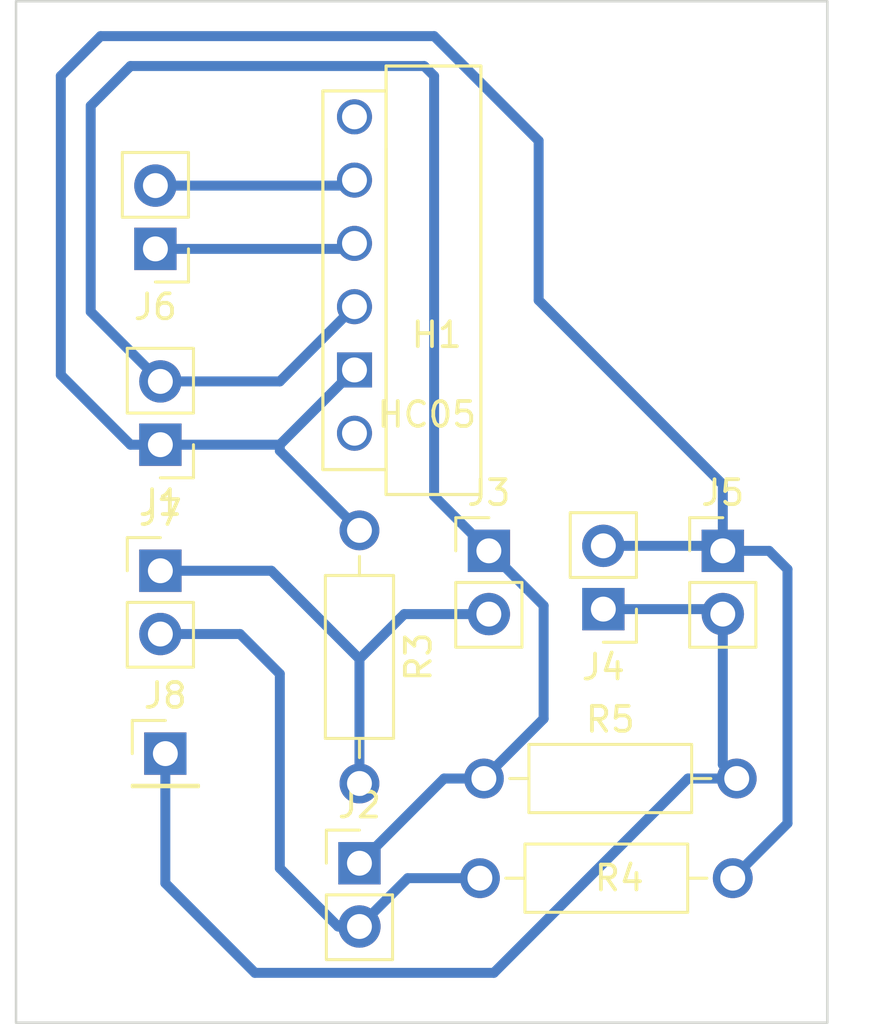
<source format=kicad_pcb>
(kicad_pcb (version 20221018) (generator pcbnew)
  (layers (0 "F.Cu" signal) (31 "B.Cu" signal) (34 "B.Paste" user) (35 "F.Paste" user) (36 "B.SilkS" user "B.Silkscreen") (37 "F.SilkS" user "F.Silkscreen") (38 "B.Mask" user) (39 "F.Mask" user) (44 "Edge.Cuts" user))
  (net 0 "")
  (net 1 "Net-(H1-VCC)")
  (net 2 "Net-(H1-GND)")
  (net 3 "Net-(H1-TXD)")
  (net 4 "Net-(H1-RXD)")
  (net 5 "Net-(J2-Pin_2)")
  (net 6 "Net-(J3-Pin_2)")
  (net 7 "Net-(J4-Pin_1)")
  (footprint "Connector_PinHeader_2.54mm:PinHeader_1x02_P2.54mm_Vertical" (layer "F.Cu") (at 99 74.8 180)
    (fp_text reference "J4" (at 0 -2.33) (layer "F.SilkS"))
    (fp_text value "Conn_01x02_Pin")
    (fp_line (start -1.33 -1.33) (end 0 -1.33) (stroke (width 0.12)) (layer "F.SilkS"))
    (fp_line (start -1.33 0) (end -1.33 -1.33) (stroke (width 0.12)) (layer "F.SilkS"))
    (fp_line (start -1.33 1.27) (end -1.33 3.87) (stroke (width 0.12)) (layer "F.SilkS"))
    (fp_line (start -1.33 1.27) (end 1.33 1.27) (stroke (width 0.12)) (layer "F.SilkS"))
    (fp_line (start -1.33 3.87) (end 1.33 3.87) (stroke (width 0.12)) (layer "F.SilkS"))
    (fp_line (start 1.33 1.27) (end 1.33 3.87) (stroke (width 0.12)) (layer "F.SilkS"))
    (pad "1" thru_hole rect (at 0 0 180) (size 1.7 1.7) (drill 1) (layers "*.Cu" "*.Mask") (net 7 "Net-(J4-Pin_1)"))
    (pad "2" thru_hole oval (at 0 2.54 180) (size 1.7 1.7) (drill 1) (layers "*.Cu" "*.Mask") (net 1 "Net-(H1-VCC)"))
  )
  (footprint "Connector_PinHeader_2.54mm:PinHeader_1x02_P2.54mm_Vertical" (layer "F.Cu") (at 81.2 73.26)
    (fp_text reference "J7" (at 0 -2.33) (layer "F.SilkS"))
    (fp_text value "Conn_01x02_Pin")
    (fp_line (start -1.33 -1.33) (end 0 -1.33) (stroke (width 0.12)) (layer "F.SilkS"))
    (fp_line (start -1.33 0) (end -1.33 -1.33) (stroke (width 0.12)) (layer "F.SilkS"))
    (fp_line (start -1.33 1.27) (end -1.33 3.87) (stroke (width 0.12)) (layer "F.SilkS"))
    (fp_line (start -1.33 1.27) (end 1.33 1.27) (stroke (width 0.12)) (layer "F.SilkS"))
    (fp_line (start -1.33 3.87) (end 1.33 3.87) (stroke (width 0.12)) (layer "F.SilkS"))
    (fp_line (start 1.33 1.27) (end 1.33 3.87) (stroke (width 0.12)) (layer "F.SilkS"))
    (pad "1" thru_hole rect (at 0 0) (size 1.7 1.7) (drill 1) (layers "*.Cu" "*.Mask") (net 6 "Net-(J3-Pin_2)"))
    (pad "2" thru_hole oval (at 0 2.54) (size 1.7 1.7) (drill 1) (layers "*.Cu" "*.Mask") (net 5 "Net-(J2-Pin_2)"))
  )
  (footprint "Connector_PinHeader_2.54mm:PinHeader_1x01_P2.54mm_Vertical" (layer "F.Cu") (at 81.4 80.6)
    (fp_text reference "J8" (at 0 -2.33) (layer "F.SilkS"))
    (fp_text value "Conn_01x01_Pin")
    (fp_line (start -1.33 -1.33) (end 0 -1.33) (stroke (width 0.12)) (layer "F.SilkS"))
    (fp_line (start -1.33 0) (end -1.33 -1.33) (stroke (width 0.12)) (layer "F.SilkS"))
    (fp_line (start -1.33 1.27) (end -1.33 1.33) (stroke (width 0.12)) (layer "F.SilkS"))
    (fp_line (start -1.33 1.27) (end 1.33 1.27) (stroke (width 0.12)) (layer "F.SilkS"))
    (fp_line (start -1.33 1.33) (end 1.33 1.33) (stroke (width 0.12)) (layer "F.SilkS"))
    (fp_line (start 1.33 1.27) (end 1.33 1.33) (stroke (width 0.12)) (layer "F.SilkS"))
    (pad "1" thru_hole rect (at 0 0) (size 1.7 1.7) (drill 1) (layers "*.Cu" "*.Mask") (net 7 "Net-(J4-Pin_1)"))
  )
  (footprint "Resistor_THT:R_Axial_DIN0207_L6.3mm_D2.5mm_P10.16mm_Horizontal" (layer "F.Cu") (at 94.2 81.6)
    (fp_text reference "R5" (at 5.08 -2.37) (layer "F.SilkS"))
    (fp_text value "10kΩ")
    (fp_line (start 1.04 0) (end 1.81 0) (stroke (width 0.12)) (layer "F.SilkS"))
    (fp_line (start 1.81 -1.37) (end 1.81 1.37) (stroke (width 0.12)) (layer "F.SilkS"))
    (fp_line (start 1.81 1.37) (end 8.35 1.37) (stroke (width 0.12)) (layer "F.SilkS"))
    (fp_line (start 8.35 -1.37) (end 1.81 -1.37) (stroke (width 0.12)) (layer "F.SilkS"))
    (fp_line (start 8.35 1.37) (end 8.35 -1.37) (stroke (width 0.12)) (layer "F.SilkS"))
    (fp_line (start 9.12 0) (end 8.35 0) (stroke (width 0.12)) (layer "F.SilkS"))
    (pad "1" thru_hole circle (at 0 0) (size 1.6 1.6) (drill 1) (layers "*.Cu" "*.Mask") (net 2 "Net-(H1-GND)"))
    (pad "2" thru_hole oval (at 10.16 0) (size 1.6 1.6) (drill 1) (layers "*.Cu" "*.Mask") (net 7 "Net-(J4-Pin_1)"))
  )
  (footprint "Connector_PinHeader_2.54mm:PinHeader_1x02_P2.54mm_Vertical" (layer "F.Cu") (at 81.2 68.2 180)
    (fp_text reference "J1" (at 0 -2.33) (layer "F.SilkS"))
    (fp_text value "Conn_01x02_Pin")
    (fp_line (start -1.33 -1.33) (end 0 -1.33) (stroke (width 0.12)) (layer "F.SilkS"))
    (fp_line (start -1.33 0) (end -1.33 -1.33) (stroke (width 0.12)) (layer "F.SilkS"))
    (fp_line (start -1.33 1.27) (end -1.33 3.87) (stroke (width 0.12)) (layer "F.SilkS"))
    (fp_line (start -1.33 1.27) (end 1.33 1.27) (stroke (width 0.12)) (layer "F.SilkS"))
    (fp_line (start -1.33 3.87) (end 1.33 3.87) (stroke (width 0.12)) (layer "F.SilkS"))
    (fp_line (start 1.33 1.27) (end 1.33 3.87) (stroke (width 0.12)) (layer "F.SilkS"))
    (pad "1" thru_hole rect (at 0 0 180) (size 1.7 1.7) (drill 1) (layers "*.Cu" "*.Mask") (net 1 "Net-(H1-VCC)"))
    (pad "2" thru_hole oval (at 0 2.54 180) (size 1.7 1.7) (drill 1) (layers "*.Cu" "*.Mask") (net 2 "Net-(H1-GND)"))
  )
  (footprint "Connector_PinHeader_2.54mm:PinHeader_1x02_P2.54mm_Vertical" (layer "F.Cu") (at 81 60.34 180)
    (fp_text reference "J6" (at 0 -2.33) (layer "F.SilkS"))
    (fp_text value "Conn_01x02_Pin")
    (fp_line (start -1.33 -1.33) (end 0 -1.33) (stroke (width 0.12)) (layer "F.SilkS"))
    (fp_line (start -1.33 0) (end -1.33 -1.33) (stroke (width 0.12)) (layer "F.SilkS"))
    (fp_line (start -1.33 1.27) (end -1.33 3.87) (stroke (width 0.12)) (layer "F.SilkS"))
    (fp_line (start -1.33 1.27) (end 1.33 1.27) (stroke (width 0.12)) (layer "F.SilkS"))
    (fp_line (start -1.33 3.87) (end 1.33 3.87) (stroke (width 0.12)) (layer "F.SilkS"))
    (fp_line (start 1.33 1.27) (end 1.33 3.87) (stroke (width 0.12)) (layer "F.SilkS"))
    (pad "1" thru_hole rect (at 0 0 180) (size 1.7 1.7) (drill 1) (layers "*.Cu" "*.Mask") (net 3 "Net-(H1-TXD)"))
    (pad "2" thru_hole oval (at 0 2.54 180) (size 1.7 1.7) (drill 1) (layers "*.Cu" "*.Mask") (net 4 "Net-(H1-RXD)"))
  )
  (footprint "HC05:HC05" (layer "F.Cu") (at 89 65.2 180)
    (fp_text reference "H1" (at -3.305 1.41) (layer "F.SilkS"))
    (fp_text value "HC05" (at -2.905 -1.79) (layer "F.SilkS"))
    (fp_line (start -5.08 -5) (end -5.08 12.2) (stroke (width 0.127)) (layer "F.SilkS"))
    (fp_line (start -5.08 -5) (end -1.27 -5) (stroke (width 0.127)) (layer "F.SilkS"))
    (fp_line (start -1.27 -5) (end -1.27 12.2) (stroke (width 0.127)) (layer "F.SilkS"))
    (fp_line (start -1.27 -1.27) (end -1.27 8.89) (stroke (width 0.127)) (layer "F.SilkS"))
    (fp_line (start -1.27 11.2) (end 1.27 11.2) (stroke (width 0.127)) (layer "F.SilkS"))
    (fp_line (start -1.27 12.2) (end -5.08 12.2) (stroke (width 0.127)) (layer "F.SilkS"))
    (fp_line (start 1.27 -4) (end -1.27 -4) (stroke (width 0.127)) (layer "F.SilkS"))
    (fp_line (start 1.27 11.2) (end 1.27 -4) (stroke (width 0.127)) (layer "F.SilkS"))
    (pad "1" thru_hole rect (at 0 0 180) (size 1.408 1.408) (drill 1) (layers "*.Cu" "*.Mask") (net 1 "Net-(H1-VCC)"))
    (pad "2" thru_hole circle (at 0 2.54 180) (size 1.408 1.408) (drill 1) (layers "*.Cu" "*.Mask") (net 2 "Net-(H1-GND)"))
    (pad "3" thru_hole circle (at 0 5.08 180) (size 1.408 1.408) (drill 1) (layers "*.Cu" "*.Mask") (net 3 "Net-(H1-TXD)"))
    (pad "4" thru_hole circle (at 0 7.62 180) (size 1.408 1.408) (drill 1) (layers "*.Cu" "*.Mask") (net 4 "Net-(H1-RXD)"))
    (pad "5" thru_hole circle (at 0 10.16 180) (size 1.408 1.408) (drill 1) (layers "*.Cu" "*.Mask"))
    (pad "6" thru_hole circle (at 0 -2.54 180) (size 1.408 1.408) (drill 1) (layers "*.Cu" "*.Mask"))
  )
  (footprint "Connector_PinHeader_2.54mm:PinHeader_1x02_P2.54mm_Vertical" (layer "F.Cu") (at 89.2 85)
    (fp_text reference "J2" (at 0 -2.33) (layer "F.SilkS"))
    (fp_text value "Conn_01x02_Pin")
    (fp_line (start -1.33 -1.33) (end 0 -1.33) (stroke (width 0.12)) (layer "F.SilkS"))
    (fp_line (start -1.33 0) (end -1.33 -1.33) (stroke (width 0.12)) (layer "F.SilkS"))
    (fp_line (start -1.33 1.27) (end -1.33 3.87) (stroke (width 0.12)) (layer "F.SilkS"))
    (fp_line (start -1.33 1.27) (end 1.33 1.27) (stroke (width 0.12)) (layer "F.SilkS"))
    (fp_line (start -1.33 3.87) (end 1.33 3.87) (stroke (width 0.12)) (layer "F.SilkS"))
    (fp_line (start 1.33 1.27) (end 1.33 3.87) (stroke (width 0.12)) (layer "F.SilkS"))
    (pad "1" thru_hole rect (at 0 0) (size 1.7 1.7) (drill 1) (layers "*.Cu" "*.Mask") (net 2 "Net-(H1-GND)"))
    (pad "2" thru_hole oval (at 0 2.54) (size 1.7 1.7) (drill 1) (layers "*.Cu" "*.Mask") (net 5 "Net-(J2-Pin_2)"))
  )
  (footprint "Resistor_THT:R_Axial_DIN0207_L6.3mm_D2.5mm_P10.16mm_Horizontal" (layer "F.Cu") (at 104.2 85.6 180)
    (fp_text reference "R4" (at 4.56 0) (layer "F.SilkS"))
    (fp_text value "10kΩ")
    (fp_line (start 1.04 0) (end 1.81 0) (stroke (width 0.12)) (layer "F.SilkS"))
    (fp_line (start 1.81 -1.37) (end 1.81 1.37) (stroke (width 0.12)) (layer "F.SilkS"))
    (fp_line (start 1.81 1.37) (end 8.35 1.37) (stroke (width 0.12)) (layer "F.SilkS"))
    (fp_line (start 8.35 -1.37) (end 1.81 -1.37) (stroke (width 0.12)) (layer "F.SilkS"))
    (fp_line (start 8.35 1.37) (end 8.35 -1.37) (stroke (width 0.12)) (layer "F.SilkS"))
    (fp_line (start 9.12 0) (end 8.35 0) (stroke (width 0.12)) (layer "F.SilkS"))
    (pad "1" thru_hole circle (at 0 0 180) (size 1.6 1.6) (drill 1) (layers "*.Cu" "*.Mask") (net 1 "Net-(H1-VCC)"))
    (pad "2" thru_hole oval (at 10.16 0 180) (size 1.6 1.6) (drill 1) (layers "*.Cu" "*.Mask") (net 5 "Net-(J2-Pin_2)"))
  )
  (footprint "Resistor_THT:R_Axial_DIN0207_L6.3mm_D2.5mm_P10.16mm_Horizontal" (layer "F.Cu") (at 89.2 71.64 -90)
    (fp_text reference "R3" (at 5.08 -2.37 90) (layer "F.SilkS"))
    (fp_text value "10kΩ")
    (fp_line (start 1.04 0) (end 1.81 0) (stroke (width 0.12)) (layer "F.SilkS"))
    (fp_line (start 1.81 -1.37) (end 1.81 1.37) (stroke (width 0.12)) (layer "F.SilkS"))
    (fp_line (start 1.81 1.37) (end 8.35 1.37) (stroke (width 0.12)) (layer "F.SilkS"))
    (fp_line (start 8.35 -1.37) (end 1.81 -1.37) (stroke (width 0.12)) (layer "F.SilkS"))
    (fp_line (start 8.35 1.37) (end 8.35 -1.37) (stroke (width 0.12)) (layer "F.SilkS"))
    (fp_line (start 9.12 0) (end 8.35 0) (stroke (width 0.12)) (layer "F.SilkS"))
    (pad "1" thru_hole circle (at 0 0 270) (size 1.6 1.6) (drill 1) (layers "*.Cu" "*.Mask") (net 1 "Net-(H1-VCC)"))
    (pad "2" thru_hole oval (at 10.16 0 270) (size 1.6 1.6) (drill 1) (layers "*.Cu" "*.Mask") (net 6 "Net-(J3-Pin_2)"))
  )
  (footprint "Connector_PinHeader_2.54mm:PinHeader_1x02_P2.54mm_Vertical" (layer "F.Cu") (at 94.4 72.46)
    (fp_text reference "J3" (at 0 -2.33) (layer "F.SilkS"))
    (fp_text value "Conn_01x02_Pin")
    (fp_line (start -1.33 -1.33) (end 0 -1.33) (stroke (width 0.12)) (layer "F.SilkS"))
    (fp_line (start -1.33 0) (end -1.33 -1.33) (stroke (width 0.12)) (layer "F.SilkS"))
    (fp_line (start -1.33 1.27) (end -1.33 3.87) (stroke (width 0.12)) (layer "F.SilkS"))
    (fp_line (start -1.33 1.27) (end 1.33 1.27) (stroke (width 0.12)) (layer "F.SilkS"))
    (fp_line (start -1.33 3.87) (end 1.33 3.87) (stroke (width 0.12)) (layer "F.SilkS"))
    (fp_line (start 1.33 1.27) (end 1.33 3.87) (stroke (width 0.12)) (layer "F.SilkS"))
    (pad "1" thru_hole rect (at 0 0) (size 1.7 1.7) (drill 1) (layers "*.Cu" "*.Mask") (net 2 "Net-(H1-GND)"))
    (pad "2" thru_hole oval (at 0 2.54) (size 1.7 1.7) (drill 1) (layers "*.Cu" "*.Mask") (net 6 "Net-(J3-Pin_2)"))
  )
  (footprint "Connector_PinHeader_2.54mm:PinHeader_1x02_P2.54mm_Vertical" (layer "F.Cu") (at 103.8 72.46)
    (fp_text reference "J5" (at 0 -2.33) (layer "F.SilkS"))
    (fp_text value "Conn_01x02_Pin")
    (fp_line (start -1.33 -1.33) (end 0 -1.33) (stroke (width 0.12)) (layer "F.SilkS"))
    (fp_line (start -1.33 0) (end -1.33 -1.33) (stroke (width 0.12)) (layer "F.SilkS"))
    (fp_line (start -1.33 1.27) (end -1.33 3.87) (stroke (width 0.12)) (layer "F.SilkS"))
    (fp_line (start -1.33 1.27) (end 1.33 1.27) (stroke (width 0.12)) (layer "F.SilkS"))
    (fp_line (start -1.33 3.87) (end 1.33 3.87) (stroke (width 0.12)) (layer "F.SilkS"))
    (fp_line (start 1.33 1.27) (end 1.33 3.87) (stroke (width 0.12)) (layer "F.SilkS"))
    (pad "1" thru_hole rect (at 0 0) (size 1.7 1.7) (drill 1) (layers "*.Cu" "*.Mask") (net 1 "Net-(H1-VCC)"))
    (pad "2" thru_hole oval (at 0 2.54) (size 1.7 1.7) (drill 1) (layers "*.Cu" "*.Mask") (net 7 "Net-(J4-Pin_1)"))
  )
  (gr_rect (start 75.4 50.4) (end 108 91.4) (stroke (width 0.1)) (fill none) (layer "Edge.Cuts"))
  (segment (start 99 72.26) (end 103.6 72.26) (width 0.4) (layer "B.Cu") (net 1))
  (segment (start 106.4 73.2) (end 105.66 72.46) (width 0.4) (layer "B.Cu") (net 1))
  (segment (start 103.8 69.8) (end 96.4 62.4) (width 0.4) (layer "B.Cu") (net 1))
  (segment (start 78.8 51.8) (end 77.2 53.4) (width 0.4) (layer "B.Cu") (net 1))
  (segment (start 77.2 53.4) (end 77.2 65.4) (width 0.4) (layer "B.Cu") (net 1))
  (segment (start 86 68.2) (end 89 65.2) (width 0.4) (layer "B.Cu") (net 1))
  (segment (start 80 68.2) (end 81.2 68.2) (width 0.4) (layer "B.Cu") (net 1))
  (segment (start 96.4 62.4) (end 96.4 56) (width 0.4) (layer "B.Cu") (net 1))
  (segment (start 96.4 56) (end 92.2 51.8) (width 0.4) (layer "B.Cu") (net 1))
  (segment (start 89.2 71.64) (end 86 68.44) (width 0.4) (layer "B.Cu") (net 1))
  (segment (start 103.6 72.26) (end 103.8 72.46) (width 0.4) (layer "B.Cu") (net 1))
  (segment (start 86 68.44) (end 86 68.2) (width 0.4) (layer "B.Cu") (net 1))
  (segment (start 81.2 68.2) (end 86 68.2) (width 0.4) (layer "B.Cu") (net 1))
  (segment (start 106.4 83.4) (end 106.4 73.2) (width 0.4) (layer "B.Cu") (net 1))
  (segment (start 92.2 51.8) (end 78.8 51.8) (width 0.4) (layer "B.Cu") (net 1))
  (segment (start 77.2 65.4) (end 80 68.2) (width 0.4) (layer "B.Cu") (net 1))
  (segment (start 103.8 72.46) (end 103.8 69.8) (width 0.4) (layer "B.Cu") (net 1))
  (segment (start 105.66 72.46) (end 103.8 72.46) (width 0.4) (layer "B.Cu") (net 1))
  (segment (start 104.2 85.6) (end 106.4 83.4) (width 0.4) (layer "B.Cu") (net 1))
  (segment (start 94.2 81.6) (end 92.6 81.6) (width 0.4) (layer "B.Cu") (net 2))
  (segment (start 94.4 72.46) (end 92.2 70.26) (width 0.4) (layer "B.Cu") (net 2))
  (segment (start 78.4 62.86) (end 81.2 65.66) (width 0.4) (layer "B.Cu") (net 2))
  (segment (start 92.6 81.6) (end 89.2 85) (width 0.4) (layer "B.Cu") (net 2))
  (segment (start 92.2 53.4) (end 91.8 53) (width 0.4) (layer "B.Cu") (net 2))
  (segment (start 92.2 70.26) (end 92.2 53.4) (width 0.4) (layer "B.Cu") (net 2))
  (segment (start 80 53) (end 78.4 54.6) (width 0.4) (layer "B.Cu") (net 2))
  (segment (start 91.8 53) (end 80 53) (width 0.4) (layer "B.Cu") (net 2))
  (segment (start 81.2 65.66) (end 86 65.66) (width 0.4) (layer "B.Cu") (net 2))
  (segment (start 96.6 74.66) (end 94.4 72.46) (width 0.4) (layer "B.Cu") (net 2))
  (segment (start 78.4 54.6) (end 78.4 62.86) (width 0.4) (layer "B.Cu") (net 2))
  (segment (start 86 65.66) (end 89 62.66) (width 0.4) (layer "B.Cu") (net 2))
  (segment (start 96.6 79.2) (end 96.6 74.66) (width 0.4) (layer "B.Cu") (net 2))
  (segment (start 94.2 81.6) (end 96.6 79.2) (width 0.4) (layer "B.Cu") (net 2))
  (segment (start 88.78 60.34) (end 89 60.12) (width 0.4) (layer "B.Cu") (net 3))
  (segment (start 81 60.34) (end 88.78 60.34) (width 0.4) (layer "B.Cu") (net 3))
  (segment (start 88.78 57.8) (end 89 57.58) (width 0.4) (layer "B.Cu") (net 4))
  (segment (start 81 57.8) (end 88.78 57.8) (width 0.4) (layer "B.Cu") (net 4))
  (segment (start 94.04 85.6) (end 91.14 85.6) (width 0.4) (layer "B.Cu") (net 5))
  (segment (start 81.2 75.8) (end 84.4 75.8) (width 0.4) (layer "B.Cu") (net 5))
  (segment (start 88.34 87.54) (end 89.2 87.54) (width 0.4) (layer "B.Cu") (net 5))
  (segment (start 84.4 75.8) (end 86 77.4) (width 0.4) (layer "B.Cu") (net 5))
  (segment (start 86 85.2) (end 88.34 87.54) (width 0.4) (layer "B.Cu") (net 5))
  (segment (start 86 77.4) (end 86 85.2) (width 0.4) (layer "B.Cu") (net 5))
  (segment (start 91.14 85.6) (end 89.2 87.54) (width 0.4) (layer "B.Cu") (net 5))
  (segment (start 89.2 76.8) (end 85.66 73.26) (width 0.4) (layer "B.Cu") (net 6))
  (segment (start 89.2 81.8) (end 89.2 76.8) (width 0.4) (layer "B.Cu") (net 6))
  (segment (start 94.4 75) (end 91 75) (width 0.4) (layer "B.Cu") (net 6))
  (segment (start 91 75) (end 89.2 76.8) (width 0.4) (layer "B.Cu") (net 6))
  (segment (start 85.66 73.26) (end 81.2 73.26) (width 0.4) (layer "B.Cu") (net 6))
  (segment (start 94.6 89.4) (end 85 89.4) (width 0.4) (layer "B.Cu") (net 7))
  (segment (start 81.4 85.8) (end 81.4 80.6) (width 0.4) (layer "B.Cu") (net 7))
  (segment (start 103.8 75) (end 103.8 81.04) (width 0.4) (layer "B.Cu") (net 7))
  (segment (start 99.2 75) (end 99 74.8) (width 0.4) (layer "B.Cu") (net 7))
  (segment (start 103.8 81.04) (end 104.36 81.6) (width 0.4) (layer "B.Cu") (net 7))
  (segment (start 104.36 81.6) (end 104.36 81.76) (width 0.4) (layer "B.Cu") (net 7))
  (segment (start 85 89.4) (end 81.4 85.8) (width 0.4) (layer "B.Cu") (net 7))
  (segment (start 102.4 81.6) (end 94.6 89.4) (width 0.4) (layer "B.Cu") (net 7))
  (segment (start 104.36 81.6) (end 102.4 81.6) (width 0.4) (layer "B.Cu") (net 7))
  (segment (start 103.6 74.8) (end 103.8 75) (width 0.4) (layer "B.Cu") (net 7))
  (segment (start 99 74.8) (end 103.6 74.8) (width 0.4) (layer "B.Cu") (net 7))
)
</source>
